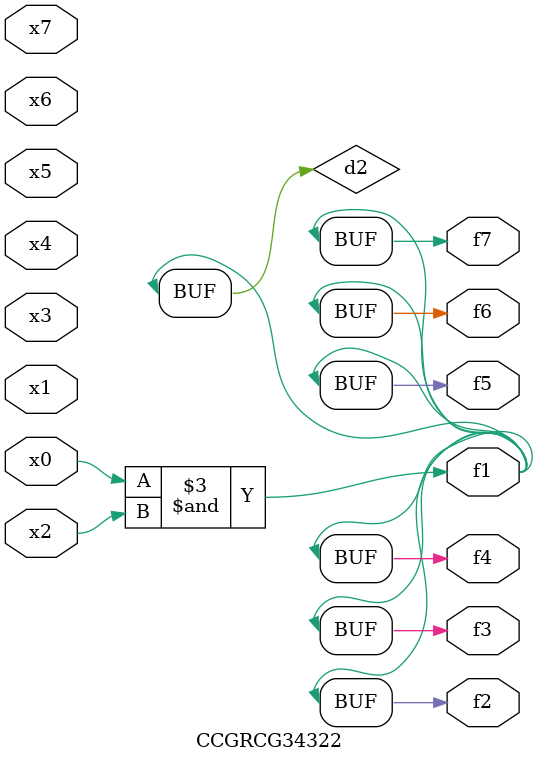
<source format=v>
module CCGRCG34322(
	input x0, x1, x2, x3, x4, x5, x6, x7,
	output f1, f2, f3, f4, f5, f6, f7
);

	wire d1, d2;

	nor (d1, x3, x6);
	and (d2, x0, x2);
	assign f1 = d2;
	assign f2 = d2;
	assign f3 = d2;
	assign f4 = d2;
	assign f5 = d2;
	assign f6 = d2;
	assign f7 = d2;
endmodule

</source>
